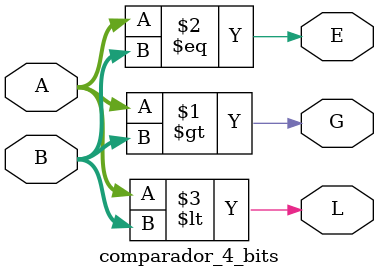
<source format=v>
module comparador_4_bits
    (output wire G, E, L,
    input wire [3:0] A, B);

    assign G = (A > B);
    assign E = (A == B);
    assign L = (A < B);
endmodule
</source>
